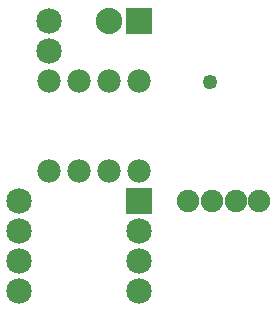
<source format=gbs>
G04 MADE WITH FRITZING*
G04 WWW.FRITZING.ORG*
G04 DOUBLE SIDED*
G04 HOLES PLATED*
G04 CONTOUR ON CENTER OF CONTOUR VECTOR*
%ASAXBY*%
%FSLAX23Y23*%
%MOIN*%
%OFA0B0*%
%SFA1.0B1.0*%
%ADD10C,0.085000*%
%ADD11C,0.075000*%
%ADD12C,0.088000*%
%ADD13C,0.078000*%
%ADD14C,0.049370*%
%ADD15R,0.085000X0.085000*%
%ADD16R,0.088000X0.088000*%
%ADD17C,0.030000*%
%LNMASK0*%
G90*
G70*
G54D10*
X155Y850D03*
X155Y950D03*
G54D11*
X618Y350D03*
X697Y350D03*
X776Y350D03*
X855Y350D03*
G54D10*
X455Y350D03*
X55Y350D03*
X455Y250D03*
X55Y250D03*
X455Y50D03*
X55Y50D03*
X455Y150D03*
X55Y150D03*
G54D12*
X455Y950D03*
X355Y950D03*
G54D13*
X455Y750D03*
X355Y750D03*
X255Y750D03*
X155Y750D03*
X155Y450D03*
X255Y450D03*
X355Y450D03*
X455Y450D03*
G54D14*
X691Y745D03*
G54D15*
X455Y350D03*
G54D16*
X455Y950D03*
G54D17*
G36*
X127Y878D02*
X182Y878D01*
X182Y823D01*
X127Y823D01*
X127Y878D01*
G37*
D02*
G36*
X427Y223D02*
X427Y278D01*
X482Y278D01*
X482Y223D01*
X427Y223D01*
G37*
D02*
G36*
X427Y23D02*
X427Y78D01*
X482Y78D01*
X482Y23D01*
X427Y23D01*
G37*
D02*
G36*
X427Y123D02*
X427Y178D01*
X482Y178D01*
X482Y123D01*
X427Y123D01*
G37*
D02*
G04 End of Mask0*
M02*
</source>
